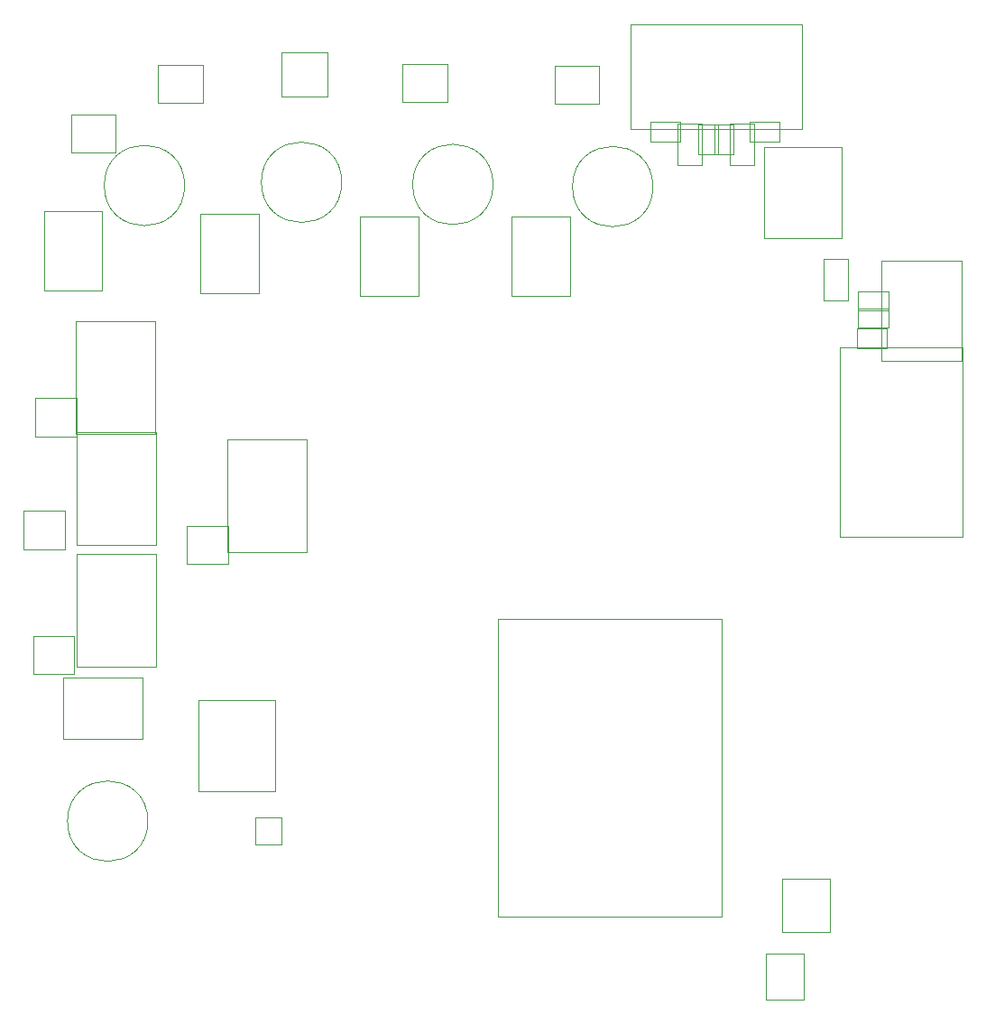
<source format=gbr>
%TF.GenerationSoftware,Altium Limited,Altium Designer,21.7.2 (23)*%
G04 Layer_Color=32768*
%FSLAX24Y24*%
%MOIN*%
%TF.SameCoordinates,DA776ED6-ADCF-4D54-B547-66972558000F*%
%TF.FilePolarity,Positive*%
%TF.FileFunction,Other,Mechanical_15*%
%TF.Part,Single*%
G01*
G75*
%TA.AperFunction,NonConductor*%
%ADD94C,0.0039*%
%ADD140C,0.0020*%
D94*
X20630Y4807D02*
Y15831D01*
Y4807D02*
X28898D01*
Y15831D01*
X20630D02*
X28898D01*
X4547Y13642D02*
X7500D01*
X4547Y11398D02*
X7500D01*
Y13642D01*
X4547Y11398D02*
Y13642D01*
X12608Y35108D02*
X14321D01*
X12608D02*
Y36752D01*
X14321D01*
Y35108D02*
Y36752D01*
X31868Y33917D02*
Y37776D01*
X25533D02*
X31868D01*
X25533Y33917D02*
Y37776D01*
Y33917D02*
X31868D01*
X31122Y4252D02*
Y6220D01*
X32894D01*
Y4252D02*
Y6220D01*
X31122Y4252D02*
X32894D01*
X33898Y26535D02*
X35000D01*
Y25827D02*
Y26535D01*
X33898Y25827D02*
X35000D01*
X33898D02*
Y26535D01*
X34783Y25335D02*
Y29035D01*
X37748D01*
Y25335D02*
Y29035D01*
X34783Y25335D02*
X37748D01*
X26260Y33465D02*
Y34173D01*
Y33465D02*
X27362D01*
Y34173D01*
X26260D02*
X27362D01*
X31024Y33465D02*
Y34173D01*
X29921D02*
X31024D01*
X29921Y33465D02*
Y34173D01*
Y33465D02*
X31024D01*
X33937Y26575D02*
Y27283D01*
Y26575D02*
X35039D01*
Y27283D01*
X33937D02*
X35039D01*
X33937Y27205D02*
Y27913D01*
Y27205D02*
X35039D01*
Y27913D01*
X33937D02*
X35039D01*
X28622Y32992D02*
X29331D01*
Y34094D01*
X28622D02*
X29331D01*
X28622Y32992D02*
Y34094D01*
X28031Y32992D02*
X28740D01*
Y34094D01*
X28031D02*
X28740D01*
X28031Y32992D02*
Y34094D01*
D140*
X14852Y31949D02*
G03*
X14852Y31949I-1486J0D01*
G01*
X20443Y31870D02*
G03*
X20443Y31870I-1486J0D01*
G01*
X9045Y31831D02*
G03*
X9045Y31831I-1486J0D01*
G01*
X26348Y31791D02*
G03*
X26348Y31791I-1486J0D01*
G01*
X7687Y8346D02*
G03*
X7687Y8346I-1486J0D01*
G01*
X22717Y34852D02*
Y36250D01*
Y34852D02*
X24370D01*
Y36250D01*
X22717D02*
X24370D01*
X17087Y34931D02*
Y36329D01*
Y34931D02*
X18740D01*
Y36329D01*
X17087D02*
X18740D01*
X9724Y34892D02*
Y36289D01*
X8071D02*
X9724D01*
X8071Y34892D02*
Y36289D01*
Y34892D02*
X9724D01*
X33260Y18858D02*
X37795D01*
Y25866D01*
X33260D02*
X37795D01*
X33260Y18858D02*
Y25866D01*
X10620Y18268D02*
X13553D01*
Y22441D01*
X10620D02*
X13553D01*
X10620Y18268D02*
Y22441D01*
X9124Y19252D02*
X10640D01*
X9124Y17835D02*
Y19252D01*
Y17835D02*
X10640D01*
Y19252D01*
X5069Y18543D02*
X8002D01*
Y22717D01*
X5069D02*
X8002D01*
X5069Y18543D02*
Y22717D01*
X3455Y15197D02*
X4970D01*
X3455Y13780D02*
Y15197D01*
Y13780D02*
X4970D01*
Y15197D01*
X3100Y19803D02*
X4616D01*
X3100Y18386D02*
Y19803D01*
Y18386D02*
X4616D01*
Y19803D01*
X5069Y14055D02*
X8002D01*
Y18228D01*
X5069D02*
X8002D01*
X5069Y14055D02*
Y18228D01*
X3533Y23976D02*
X5049D01*
X3533Y22559D02*
Y23976D01*
Y22559D02*
X5049D01*
Y23976D01*
X5030Y22638D02*
X7963D01*
Y26811D01*
X5030D02*
X7963D01*
X5030Y22638D02*
Y26811D01*
X15512Y27746D02*
X17677D01*
Y30679D01*
X15512D02*
X17677D01*
X15512Y27746D02*
Y30679D01*
X3839Y27943D02*
X6004D01*
Y30876D01*
X3839D02*
X6004D01*
X3839Y27943D02*
Y30876D01*
X9606Y27864D02*
X11772D01*
Y30797D01*
X9606D02*
X11772D01*
X9606Y27864D02*
Y30797D01*
X21126Y27748D02*
X23292D01*
Y30681D01*
X21126D02*
X23292D01*
X21126Y27748D02*
Y30681D01*
X30512Y1762D02*
Y3435D01*
X31929D01*
Y1762D02*
Y3435D01*
X30512Y1762D02*
X31929D01*
X4843Y33041D02*
Y34439D01*
Y33041D02*
X6496D01*
Y34439D01*
X4843D02*
X6496D01*
X11644Y7500D02*
Y8484D01*
Y7500D02*
X12608D01*
Y8484D01*
X11644D02*
X12608D01*
X30470Y29892D02*
Y33258D01*
X33309D01*
Y29892D02*
Y33258D01*
X30470Y29892D02*
X33309D01*
X27264Y32569D02*
Y34124D01*
X28169D01*
Y32569D02*
Y34124D01*
X27264Y32569D02*
X28169D01*
X32657Y29124D02*
X33563D01*
X32657Y27569D02*
Y29124D01*
Y27569D02*
X33563D01*
Y29124D01*
X29193Y32569D02*
X30098D01*
Y34124D01*
X29193D02*
X30098D01*
X29193Y32569D02*
Y34124D01*
X12400Y9459D02*
Y12825D01*
X9561Y9459D02*
X12400D01*
X9561D02*
Y12825D01*
X12400D01*
%TF.MD5,70af1d1fa7c7fefe2202584b4f3e40b3*%
M02*

</source>
